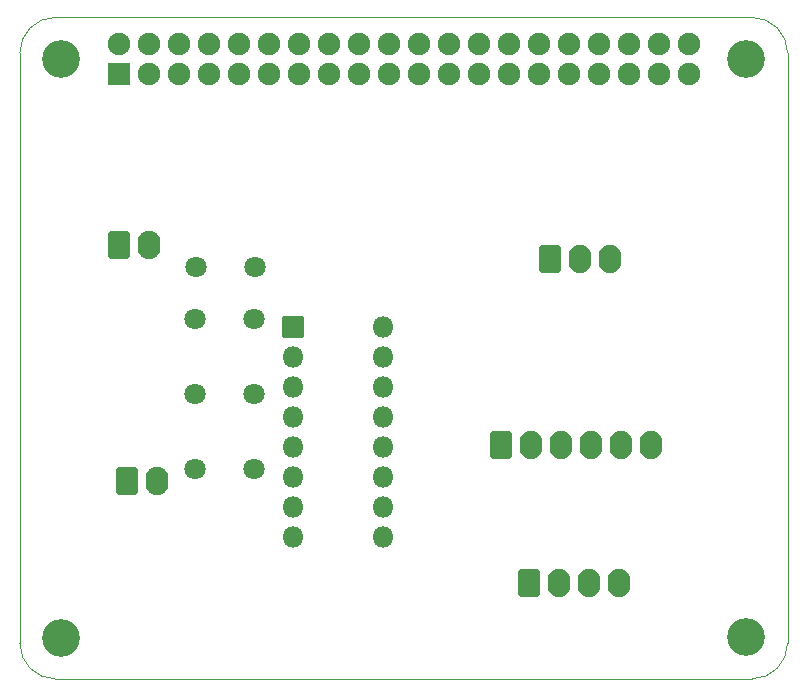
<source format=gbr>
G04 #@! TF.GenerationSoftware,KiCad,Pcbnew,(6.0.7-1)-1*
G04 #@! TF.CreationDate,2023-05-21T11:11:00+10:00*
G04 #@! TF.ProjectId,Pi GPS Serial,50692047-5053-4205-9365-7269616c2e6b,rev?*
G04 #@! TF.SameCoordinates,Original*
G04 #@! TF.FileFunction,Soldermask,Bot*
G04 #@! TF.FilePolarity,Negative*
%FSLAX46Y46*%
G04 Gerber Fmt 4.6, Leading zero omitted, Abs format (unit mm)*
G04 Created by KiCad (PCBNEW (6.0.7-1)-1) date 2023-05-21 11:11:00*
%MOMM*%
%LPD*%
G01*
G04 APERTURE LIST*
G04 Aperture macros list*
%AMRoundRect*
0 Rectangle with rounded corners*
0 $1 Rounding radius*
0 $2 $3 $4 $5 $6 $7 $8 $9 X,Y pos of 4 corners*
0 Add a 4 corners polygon primitive as box body*
4,1,4,$2,$3,$4,$5,$6,$7,$8,$9,$2,$3,0*
0 Add four circle primitives for the rounded corners*
1,1,$1+$1,$2,$3*
1,1,$1+$1,$4,$5*
1,1,$1+$1,$6,$7*
1,1,$1+$1,$8,$9*
0 Add four rect primitives between the rounded corners*
20,1,$1+$1,$2,$3,$4,$5,0*
20,1,$1+$1,$4,$5,$6,$7,0*
20,1,$1+$1,$6,$7,$8,$9,0*
20,1,$1+$1,$8,$9,$2,$3,0*%
G04 Aperture macros list end*
G04 #@! TA.AperFunction,Profile*
%ADD10C,0.100000*%
G04 #@! TD*
%ADD11C,3.200000*%
%ADD12C,1.800000*%
%ADD13RoundRect,0.100000X-0.800000X-0.800000X0.800000X-0.800000X0.800000X0.800000X-0.800000X0.800000X0*%
%ADD14O,1.800000X1.800000*%
%ADD15RoundRect,0.350000X-0.620000X-0.850000X0.620000X-0.850000X0.620000X0.850000X-0.620000X0.850000X0*%
%ADD16O,1.940000X2.400000*%
%ADD17RoundRect,0.350000X-0.620000X-0.845000X0.620000X-0.845000X0.620000X0.845000X-0.620000X0.845000X0*%
%ADD18O,1.940000X2.390000*%
%ADD19RoundRect,0.100000X-0.850000X0.850000X-0.850000X-0.850000X0.850000X-0.850000X0.850000X0.850000X0*%
%ADD20O,1.900000X1.900000*%
G04 APERTURE END LIST*
D10*
X140546356Y-116817556D02*
G75*
G03*
X143546351Y-113822847I44J2999956D01*
G01*
X78546389Y-113817611D02*
G75*
G03*
X81546356Y-116817611I3000011J11D01*
G01*
X143546351Y-113822847D02*
X143546356Y-63817611D01*
X81546356Y-116817611D02*
X140546356Y-116817611D01*
X78546356Y-63817611D02*
X78546356Y-113817611D01*
X140546356Y-60817611D02*
X81546356Y-60817611D01*
X143546389Y-63817611D02*
G75*
G03*
X140546356Y-60817611I-2999989J11D01*
G01*
X81546356Y-60817556D02*
G75*
G03*
X78546356Y-63817611I44J-3000044D01*
G01*
D11*
X82040000Y-64310000D03*
X140040000Y-64330000D03*
X82040000Y-113320000D03*
X140030000Y-113310000D03*
D12*
X93472000Y-81915000D03*
X98472000Y-81915000D03*
D13*
X101671000Y-87014800D03*
D14*
X101671000Y-89554800D03*
X101671000Y-92094800D03*
X101671000Y-94634800D03*
X101671000Y-97174800D03*
X101671000Y-99714800D03*
X101671000Y-102254800D03*
X101671000Y-104794800D03*
X109291000Y-104794800D03*
X109291000Y-102254800D03*
X109291000Y-99714800D03*
X109291000Y-97174800D03*
X109291000Y-94634800D03*
X109291000Y-92094800D03*
X109291000Y-89554800D03*
X109291000Y-87014800D03*
D15*
X87579200Y-100076000D03*
D16*
X90119200Y-100076000D03*
D15*
X86969600Y-80060800D03*
D16*
X89509600Y-80060800D03*
D12*
X93370400Y-92710000D03*
X98370400Y-92710000D03*
D17*
X121666000Y-108732000D03*
D18*
X124206000Y-108732000D03*
X126746000Y-108732000D03*
X129286000Y-108732000D03*
D17*
X123444000Y-81300000D03*
D18*
X125984000Y-81300000D03*
X128524000Y-81300000D03*
D12*
X93385000Y-86360000D03*
X98385000Y-86360000D03*
X93385000Y-99060000D03*
X98385000Y-99060000D03*
D17*
X119253000Y-97048000D03*
D18*
X121793000Y-97048000D03*
X124333000Y-97048000D03*
X126873000Y-97048000D03*
X129413000Y-97048000D03*
X131953000Y-97048000D03*
D19*
X86920000Y-65590000D03*
D20*
X86920000Y-63050000D03*
X89460000Y-65590000D03*
X89460000Y-63050000D03*
X92000000Y-65590000D03*
X92000000Y-63050000D03*
X94540000Y-65590000D03*
X94540000Y-63050000D03*
X97080000Y-65590000D03*
X97080000Y-63050000D03*
X99620000Y-65590000D03*
X99620000Y-63050000D03*
X102160000Y-65590000D03*
X102160000Y-63050000D03*
X104700000Y-65590000D03*
X104700000Y-63050000D03*
X107240000Y-65590000D03*
X107240000Y-63050000D03*
X109780000Y-65590000D03*
X109780000Y-63050000D03*
X112320000Y-65590000D03*
X112320000Y-63050000D03*
X114860000Y-65590000D03*
X114860000Y-63050000D03*
X117400000Y-65590000D03*
X117400000Y-63050000D03*
X119940000Y-65590000D03*
X119940000Y-63050000D03*
X122480000Y-65590000D03*
X122480000Y-63050000D03*
X125020000Y-65590000D03*
X125020000Y-63050000D03*
X127560000Y-65590000D03*
X127560000Y-63050000D03*
X130100000Y-65590000D03*
X130100000Y-63050000D03*
X132640000Y-65590000D03*
X132640000Y-63050000D03*
X135180000Y-65590000D03*
X135180000Y-63050000D03*
M02*

</source>
